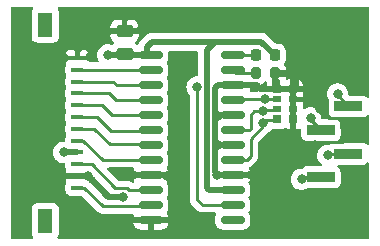
<source format=gbr>
%TF.GenerationSoftware,KiCad,Pcbnew,7.0.8*%
%TF.CreationDate,2024-06-02T10:45:53-04:00*%
%TF.ProjectId,rugby64 jr,72756762-7936-4342-906a-722e6b696361,rev?*%
%TF.SameCoordinates,Original*%
%TF.FileFunction,Copper,L1,Top*%
%TF.FilePolarity,Positive*%
%FSLAX46Y46*%
G04 Gerber Fmt 4.6, Leading zero omitted, Abs format (unit mm)*
G04 Created by KiCad (PCBNEW 7.0.8) date 2024-06-02 10:45:53*
%MOMM*%
%LPD*%
G01*
G04 APERTURE LIST*
G04 Aperture macros list*
%AMRoundRect*
0 Rectangle with rounded corners*
0 $1 Rounding radius*
0 $2 $3 $4 $5 $6 $7 $8 $9 X,Y pos of 4 corners*
0 Add a 4 corners polygon primitive as box body*
4,1,4,$2,$3,$4,$5,$6,$7,$8,$9,$2,$3,0*
0 Add four circle primitives for the rounded corners*
1,1,$1+$1,$2,$3*
1,1,$1+$1,$4,$5*
1,1,$1+$1,$6,$7*
1,1,$1+$1,$8,$9*
0 Add four rect primitives between the rounded corners*
20,1,$1+$1,$2,$3,$4,$5,0*
20,1,$1+$1,$4,$5,$6,$7,0*
20,1,$1+$1,$6,$7,$8,$9,0*
20,1,$1+$1,$8,$9,$2,$3,0*%
G04 Aperture macros list end*
%TA.AperFunction,SMDPad,CuDef*%
%ADD10R,0.700000X0.640000*%
%TD*%
%TA.AperFunction,SMDPad,CuDef*%
%ADD11R,0.700000X0.500000*%
%TD*%
%TA.AperFunction,SMDPad,CuDef*%
%ADD12RoundRect,0.250000X-0.475000X0.250000X-0.475000X-0.250000X0.475000X-0.250000X0.475000X0.250000X0*%
%TD*%
%TA.AperFunction,SMDPad,CuDef*%
%ADD13RoundRect,0.150000X-0.837500X-0.150000X0.837500X-0.150000X0.837500X0.150000X-0.837500X0.150000X0*%
%TD*%
%TA.AperFunction,SMDPad,CuDef*%
%ADD14R,1.000000X0.400000*%
%TD*%
%TA.AperFunction,SMDPad,CuDef*%
%ADD15R,1.300000X2.000000*%
%TD*%
%TA.AperFunction,SMDPad,CuDef*%
%ADD16RoundRect,0.200000X-0.200000X-0.275000X0.200000X-0.275000X0.200000X0.275000X-0.200000X0.275000X0*%
%TD*%
%TA.AperFunction,SMDPad,CuDef*%
%ADD17R,2.350000X0.850000*%
%TD*%
%TA.AperFunction,SMDPad,CuDef*%
%ADD18RoundRect,0.225000X0.225000X0.250000X-0.225000X0.250000X-0.225000X-0.250000X0.225000X-0.250000X0*%
%TD*%
%TA.AperFunction,ViaPad*%
%ADD19C,0.800000*%
%TD*%
%TA.AperFunction,Conductor*%
%ADD20C,0.500000*%
%TD*%
%TA.AperFunction,Conductor*%
%ADD21C,0.250000*%
%TD*%
G04 APERTURE END LIST*
D10*
%TO.P,RN1,1,R1.1*%
%TO.N,GND*%
X36523263Y-23463200D03*
D11*
%TO.P,RN1,2,R2.1*%
X36523263Y-22593200D03*
%TO.P,RN1,3,R3.1*%
X36523263Y-21793200D03*
D10*
%TO.P,RN1,4,R4.1*%
X36523263Y-20923200D03*
%TO.P,RN1,5,R4.2*%
X35123263Y-20923200D03*
D11*
%TO.P,RN1,6,R3.2*%
%TO.N,BLUE*%
X35123263Y-21793200D03*
%TO.P,RN1,7,R2.2*%
%TO.N,GREEN*%
X35123263Y-22593200D03*
D10*
%TO.P,RN1,8,R1.2*%
%TO.N,RED*%
X35123263Y-23463200D03*
%TD*%
D12*
%TO.P,C1,1*%
%TO.N,GND*%
X22250400Y-16032400D03*
%TO.P,C1,2*%
%TO.N,+3V3*%
X22250400Y-17932400D03*
%TD*%
D13*
%TO.P,U1,1,3V3*%
%TO.N,+3V3*%
X24485600Y-18034000D03*
%TO.P,U1,2,D0*%
%TO.N,D0*%
X24485600Y-19304000D03*
%TO.P,U1,3,D1*%
%TO.N,D1*%
X24485600Y-20574000D03*
%TO.P,U1,4,D2*%
%TO.N,D2*%
X24485600Y-21844000D03*
%TO.P,U1,5,D3*%
%TO.N,D3*%
X24485600Y-23114000D03*
%TO.P,U1,6,D4*%
%TO.N,D4*%
X24485600Y-24384000D03*
%TO.P,U1,7,D5*%
%TO.N,D5*%
X24485600Y-25654000D03*
%TO.P,U1,8,D6*%
%TO.N,D6*%
X24485600Y-26924000D03*
%TO.P,U1,9,GND*%
%TO.N,GND*%
X24485600Y-28194000D03*
%TO.P,U1,10,/DRESET*%
%TO.N,{slash}DRESET*%
X24485600Y-29464000D03*
%TO.P,U1,11,CLK*%
%TO.N,CLK*%
X24485600Y-30734000D03*
%TO.P,U1,12,GND*%
%TO.N,GND*%
X24485600Y-32004000D03*
%TO.P,U1,13,/BP*%
%TO.N,unconnected-(U1-{slash}BP-Pad13)*%
X31410600Y-32004000D03*
%TO.P,U1,14,/CSYNC*%
%TO.N,{slash}CSYNC*%
X31410600Y-30734000D03*
%TO.P,U1,15,3V3*%
%TO.N,+3V3*%
X31410600Y-29464000D03*
%TO.P,U1,16,GND*%
%TO.N,GND*%
X31410600Y-28194000D03*
%TO.P,U1,17,RED*%
%TO.N,RED*%
X31410600Y-26924000D03*
%TO.P,U1,18,GND*%
%TO.N,GND*%
X31410600Y-25654000D03*
%TO.P,U1,19,GREEN*%
%TO.N,GREEN*%
X31410600Y-24384000D03*
%TO.P,U1,20,GND*%
%TO.N,GND*%
X31410600Y-23114000D03*
%TO.P,U1,21,BLUE*%
%TO.N,BLUE*%
X31410600Y-21844000D03*
%TO.P,U1,22,GND*%
%TO.N,GND*%
X31410600Y-20574000D03*
%TO.P,U1,23,10K_PDN*%
%TO.N,Net-(U1-10K_PDN)*%
X31410600Y-19304000D03*
%TO.P,U1,24,100NF_PUP*%
%TO.N,Net-(U1-100NF_PUP)*%
X31410600Y-18034000D03*
%TD*%
D14*
%TO.P,J1,1,Pin_1*%
%TO.N,GND*%
X18251200Y-18274400D03*
%TO.P,J1,2,Pin_2*%
%TO.N,D0*%
X18251200Y-19274400D03*
%TO.P,J1,3,Pin_3*%
%TO.N,D1*%
X18251200Y-20274400D03*
%TO.P,J1,4,Pin_4*%
%TO.N,D2*%
X18251200Y-21274400D03*
%TO.P,J1,5,Pin_5*%
%TO.N,D3*%
X18251200Y-22274400D03*
%TO.P,J1,6,Pin_6*%
%TO.N,D4*%
X18251200Y-23274400D03*
%TO.P,J1,7,Pin_7*%
%TO.N,D5*%
X18251200Y-24274400D03*
%TO.P,J1,8,Pin_8*%
%TO.N,D6*%
X18251200Y-25274400D03*
%TO.P,J1,9,Pin_9*%
%TO.N,+3V3*%
X18251200Y-26274400D03*
%TO.P,J1,10,Pin_10*%
%TO.N,{slash}DRESET*%
X18251200Y-27274400D03*
%TO.P,J1,11,Pin_11*%
%TO.N,GND*%
X18251200Y-28274400D03*
%TO.P,J1,12,Pin_12*%
%TO.N,CLK*%
X18251200Y-29274400D03*
D15*
%TO.P,J1,MP*%
%TO.N,N/C*%
X15551200Y-15474400D03*
X15551200Y-32074400D03*
%TD*%
D16*
%TO.P,R1,1*%
%TO.N,Net-(U1-10K_PDN)*%
X33363400Y-19558000D03*
%TO.P,R1,2*%
%TO.N,GND*%
X35013400Y-19558000D03*
%TD*%
D17*
%TO.P,J2,1,Pin_1*%
%TO.N,RED*%
X38862000Y-28384000D03*
%TO.P,J2,2,Pin_2*%
%TO.N,GREEN*%
X41212000Y-26384000D03*
%TO.P,J2,3,Pin_3*%
%TO.N,BLUE*%
X38862000Y-24384000D03*
%TO.P,J2,4,Pin_4*%
%TO.N,{slash}CSYNC*%
X41212000Y-22384000D03*
%TD*%
D18*
%TO.P,C2,1*%
%TO.N,+3V3*%
X34963400Y-18034000D03*
%TO.P,C2,2*%
%TO.N,Net-(U1-100NF_PUP)*%
X33413400Y-18034000D03*
%TD*%
D19*
%TO.N,GND*%
X25857200Y-28244800D03*
X17119600Y-18288000D03*
X20726400Y-16052800D03*
X22250400Y-14833600D03*
X23672800Y-15951200D03*
X38811200Y-22606000D03*
X41706800Y-24333200D03*
X30124400Y-25654000D03*
X19354800Y-18237200D03*
X30124400Y-23164800D03*
X22133492Y-30009979D03*
X22961600Y-28194000D03*
X32918400Y-28194000D03*
X36372800Y-19608800D03*
X38404800Y-25654000D03*
X19151600Y-28244800D03*
X30059500Y-28194000D03*
X18288000Y-17475200D03*
X17068800Y-28295600D03*
%TO.N,+3V3*%
X17108800Y-26274400D03*
X20828000Y-18034000D03*
%TO.N,RED*%
X37236400Y-28549600D03*
X34010903Y-23779034D03*
%TO.N,GREEN*%
X33955281Y-22781080D03*
X39471600Y-26517600D03*
%TO.N,BLUE*%
X37998400Y-23368000D03*
X34107263Y-21793200D03*
%TO.N,{slash}CSYNC*%
X28397200Y-20726400D03*
X40284400Y-21336000D03*
%TD*%
D20*
%TO.N,GND*%
X30175200Y-23114000D02*
X30124400Y-23164800D01*
X33734800Y-20878800D02*
X36779200Y-20878800D01*
X29910000Y-27960950D02*
X29910000Y-25654000D01*
X31410600Y-25654000D02*
X30124400Y-25654000D01*
D21*
X40589200Y-23622000D02*
X40589200Y-24180800D01*
D20*
X31410600Y-28194000D02*
X32918400Y-28194000D01*
X30124400Y-23164800D02*
X30073600Y-23114000D01*
X36779200Y-20015200D02*
X36779200Y-20878800D01*
X36372800Y-19608800D02*
X35064200Y-19608800D01*
X19555772Y-28699400D02*
X20866351Y-30009979D01*
D21*
X39522400Y-23368000D02*
X40335200Y-23368000D01*
D20*
X30059500Y-28194000D02*
X31410600Y-28194000D01*
D21*
X38658800Y-25400000D02*
X38404800Y-25654000D01*
D20*
X35013400Y-19558000D02*
X35013400Y-20878800D01*
X30124400Y-25654000D02*
X29910000Y-25654000D01*
X30175200Y-20574000D02*
X29947200Y-20802000D01*
X31410600Y-23114000D02*
X30175200Y-23114000D01*
X29910000Y-21405631D02*
X29910000Y-23164800D01*
X29947200Y-21368431D02*
X29910000Y-21405631D01*
D21*
X38811200Y-22606000D02*
X38811200Y-22656800D01*
D20*
X32430000Y-20574000D02*
X33430000Y-20574000D01*
X19100800Y-28295600D02*
X19151600Y-28244800D01*
X30059500Y-28110450D02*
X29910000Y-27960950D01*
X30073600Y-23114000D02*
X29960800Y-23114000D01*
X31410600Y-20574000D02*
X30175200Y-20574000D01*
D21*
X40335200Y-23368000D02*
X40589200Y-23622000D01*
X38811200Y-22656800D02*
X39522400Y-23368000D01*
D20*
X29947200Y-20802000D02*
X29947200Y-21368431D01*
X33430000Y-20574000D02*
X33734800Y-20878800D01*
D21*
X40640000Y-25400000D02*
X38658800Y-25400000D01*
X40589200Y-24180800D02*
X40741600Y-24333200D01*
D20*
X29910000Y-23164800D02*
X29910000Y-25654000D01*
D21*
X41706800Y-24333200D02*
X40640000Y-25400000D01*
X40741600Y-24333200D02*
X41706800Y-24333200D01*
D20*
X35064200Y-19608800D02*
X35013400Y-19558000D01*
X35013400Y-20878800D02*
X36779200Y-20878800D01*
X20866351Y-30009979D02*
X22133492Y-30009979D01*
X17068800Y-28295600D02*
X19100800Y-28295600D01*
X30143050Y-28194000D02*
X30143050Y-28194000D01*
X19151600Y-28244800D02*
X19555772Y-28648972D01*
X29960800Y-23114000D02*
X29910000Y-23164800D01*
X19555772Y-28648972D02*
X19555772Y-28699400D01*
X30059500Y-28194000D02*
X30059500Y-28110450D01*
X36372800Y-19608800D02*
X36779200Y-20015200D01*
%TO.N,+3V3*%
X29413200Y-29464000D02*
X31410600Y-29464000D01*
X29247200Y-21078482D02*
X29210000Y-21115682D01*
X33845800Y-16916400D02*
X34963400Y-18034000D01*
X29210000Y-21115682D02*
X29210000Y-29260800D01*
X24130000Y-17373600D02*
X24587200Y-16916400D01*
X17108800Y-26274400D02*
X18251200Y-26274400D01*
X29870400Y-16916400D02*
X29210000Y-17576800D01*
X24130000Y-18034000D02*
X24130000Y-17373600D01*
X29870400Y-16916400D02*
X33845800Y-16916400D01*
X24485600Y-18034000D02*
X20828000Y-18034000D01*
X29247200Y-20374318D02*
X29247200Y-21078482D01*
X29210000Y-29260800D02*
X29413200Y-29464000D01*
X29210000Y-20337118D02*
X29247200Y-20374318D01*
X24587200Y-16916400D02*
X29870400Y-16916400D01*
X29210000Y-17576800D02*
X29210000Y-20337118D01*
D21*
%TO.N,Net-(U1-100NF_PUP)*%
X33413400Y-18034000D02*
X31410600Y-18034000D01*
%TO.N,D0*%
X18251200Y-19274400D02*
X24100400Y-19274400D01*
X24100400Y-19274400D02*
X24130000Y-19304000D01*
%TO.N,D1*%
X24130000Y-20574000D02*
X21590000Y-20574000D01*
X21290400Y-20274400D02*
X18251200Y-20274400D01*
X21590000Y-20574000D02*
X21290400Y-20274400D01*
%TO.N,D2*%
X21488400Y-21844000D02*
X20929600Y-21285200D01*
X18262000Y-21285200D02*
X18251200Y-21274400D01*
X20929600Y-21285200D02*
X18262000Y-21285200D01*
X24130000Y-21844000D02*
X21488400Y-21844000D01*
%TO.N,D3*%
X21183600Y-23114000D02*
X20370800Y-22301200D01*
X20370800Y-22301200D02*
X18278000Y-22301200D01*
X24130000Y-23114000D02*
X21183600Y-23114000D01*
X18278000Y-22301200D02*
X18251200Y-22274400D01*
%TO.N,D4*%
X18277800Y-23301000D02*
X19948200Y-23301000D01*
X21082000Y-24434800D02*
X24079200Y-24434800D01*
X19948200Y-23301000D02*
X21082000Y-24434800D01*
X24079200Y-24434800D02*
X24130000Y-24384000D01*
X18251200Y-23274400D02*
X18277800Y-23301000D01*
%TO.N,D5*%
X18251200Y-24274400D02*
X19651600Y-24274400D01*
X20980400Y-25603200D02*
X24079200Y-25603200D01*
X24079200Y-25603200D02*
X24130000Y-25654000D01*
X19651600Y-24274400D02*
X20980400Y-25603200D01*
%TO.N,D6*%
X24130000Y-26924000D02*
X20421600Y-26924000D01*
X20421600Y-26924000D02*
X18772000Y-25274400D01*
X18772000Y-25274400D02*
X18251200Y-25274400D01*
%TO.N,{slash}DRESET*%
X22609736Y-29464000D02*
X22430236Y-29284500D01*
X24130000Y-29464000D02*
X22609736Y-29464000D01*
X21461300Y-29284500D02*
X19456400Y-27279600D01*
X18256400Y-27279600D02*
X18251200Y-27274400D01*
X19456400Y-27279600D02*
X18256400Y-27279600D01*
X22430236Y-29284500D02*
X21461300Y-29284500D01*
%TO.N,CLK*%
X24028400Y-30835600D02*
X20421600Y-30835600D01*
X18860400Y-29274400D02*
X18251200Y-29274400D01*
X24130000Y-30734000D02*
X24028400Y-30835600D01*
X20421600Y-30835600D02*
X18860400Y-29274400D01*
%TO.N,RED*%
X34010903Y-23779034D02*
X34010903Y-24053497D01*
X37402000Y-28384000D02*
X37236400Y-28549600D01*
X34010903Y-23616760D02*
X34121583Y-23506080D01*
X34010903Y-23779034D02*
X34010903Y-23616760D01*
X35080383Y-23506080D02*
X35123263Y-23463200D01*
X34010903Y-24053497D02*
X32918400Y-25146000D01*
X38862000Y-28384000D02*
X37402000Y-28384000D01*
X32918400Y-25146000D02*
X32918400Y-26619200D01*
X34121583Y-23506080D02*
X35080383Y-23506080D01*
X32918400Y-26619200D02*
X32613600Y-26924000D01*
X32613600Y-26924000D02*
X31410600Y-26924000D01*
%TO.N,GREEN*%
X35008863Y-22707600D02*
X35123263Y-22593200D01*
X34028761Y-22707600D02*
X35008863Y-22707600D01*
X39605200Y-26384000D02*
X39471600Y-26517600D01*
X32918400Y-24282400D02*
X32918400Y-23114000D01*
X41212000Y-26384000D02*
X39605200Y-26384000D01*
X32918400Y-23114000D02*
X33251320Y-22781080D01*
X32816800Y-24384000D02*
X32918400Y-24282400D01*
X33955281Y-22781080D02*
X34028761Y-22707600D01*
X31410600Y-24384000D02*
X32816800Y-24384000D01*
X33955281Y-22781080D02*
X33881383Y-22781080D01*
X33251320Y-22781080D02*
X33955281Y-22781080D01*
%TO.N,BLUE*%
X37998400Y-23368000D02*
X37998400Y-23520400D01*
X31461400Y-21793200D02*
X31410600Y-21844000D01*
X35123263Y-21793200D02*
X34107263Y-21793200D01*
X34107263Y-21793200D02*
X31461400Y-21793200D01*
X37998400Y-23520400D02*
X38862000Y-24384000D01*
%TO.N,{slash}CSYNC*%
X41212000Y-22384000D02*
X40284400Y-21456400D01*
X40284400Y-21336000D02*
X40164000Y-21336000D01*
X40164000Y-21336000D02*
X40113200Y-21285200D01*
X28397200Y-20726400D02*
X28397200Y-30276800D01*
X28397200Y-30276800D02*
X28854400Y-30734000D01*
X40284400Y-21456400D02*
X40284400Y-21336000D01*
X28854400Y-30734000D02*
X31410600Y-30734000D01*
%TO.N,Net-(U1-10K_PDN)*%
X31664600Y-19558000D02*
X31410600Y-19304000D01*
X33363400Y-19558000D02*
X31664600Y-19558000D01*
%TD*%
%TA.AperFunction,Conductor*%
%TO.N,GND*%
G36*
X34232085Y-20257483D02*
G01*
X34276434Y-20285984D01*
X34279442Y-20288992D01*
X34312927Y-20350315D01*
X34307943Y-20420006D01*
X34279666Y-20495820D01*
X34279664Y-20495827D01*
X34273263Y-20555355D01*
X34273263Y-20768700D01*
X34253578Y-20835739D01*
X34200774Y-20881494D01*
X34149263Y-20892700D01*
X34012617Y-20892700D01*
X33980160Y-20899598D01*
X33827460Y-20932055D01*
X33827455Y-20932057D01*
X33654533Y-21009048D01*
X33654528Y-21009051D01*
X33501393Y-21120310D01*
X33501389Y-21120314D01*
X33495663Y-21126674D01*
X33436176Y-21163321D01*
X33403515Y-21167700D01*
X32958254Y-21167700D01*
X32891215Y-21148015D01*
X32845460Y-21095211D01*
X32835516Y-21026053D01*
X32847538Y-20991896D01*
X32846285Y-20991354D01*
X32849380Y-20984200D01*
X32895200Y-20826486D01*
X32895395Y-20824001D01*
X32895395Y-20824000D01*
X31284600Y-20824000D01*
X31217561Y-20804315D01*
X31171806Y-20751511D01*
X31160600Y-20700000D01*
X31160600Y-20448000D01*
X31180285Y-20380961D01*
X31233089Y-20335206D01*
X31284600Y-20324000D01*
X32612380Y-20324000D01*
X32679419Y-20343685D01*
X32700061Y-20360319D01*
X32728211Y-20388469D01*
X32728213Y-20388470D01*
X32728215Y-20388472D01*
X32873794Y-20476478D01*
X33036204Y-20527086D01*
X33106784Y-20533500D01*
X33106787Y-20533500D01*
X33620013Y-20533500D01*
X33620016Y-20533500D01*
X33690596Y-20527086D01*
X33853006Y-20476478D01*
X33998585Y-20388472D01*
X34101073Y-20285983D01*
X34162394Y-20252499D01*
X34232085Y-20257483D01*
G37*
%TD.AperFunction*%
%TA.AperFunction,Conductor*%
G36*
X14472531Y-13990185D02*
G01*
X14518286Y-14042989D01*
X14528230Y-14112147D01*
X14504759Y-14168811D01*
X14457404Y-14232069D01*
X14457402Y-14232071D01*
X14407108Y-14366917D01*
X14400701Y-14426516D01*
X14400701Y-14426523D01*
X14400700Y-14426535D01*
X14400700Y-16522270D01*
X14400701Y-16522276D01*
X14407108Y-16581883D01*
X14457402Y-16716728D01*
X14457406Y-16716735D01*
X14543652Y-16831944D01*
X14543655Y-16831947D01*
X14658864Y-16918193D01*
X14658871Y-16918197D01*
X14793717Y-16968491D01*
X14793716Y-16968491D01*
X14800644Y-16969235D01*
X14853327Y-16974900D01*
X16249072Y-16974899D01*
X16308683Y-16968491D01*
X16443531Y-16918196D01*
X16558746Y-16831946D01*
X16644996Y-16716731D01*
X16695291Y-16581883D01*
X16701700Y-16522273D01*
X16701700Y-15782400D01*
X21025400Y-15782400D01*
X22000400Y-15782400D01*
X22000400Y-15032400D01*
X22500400Y-15032400D01*
X22500400Y-15782400D01*
X23475399Y-15782400D01*
X23475399Y-15732428D01*
X23475398Y-15732413D01*
X23464905Y-15629702D01*
X23409758Y-15463280D01*
X23409756Y-15463275D01*
X23317715Y-15314054D01*
X23193745Y-15190084D01*
X23044524Y-15098043D01*
X23044519Y-15098041D01*
X22878097Y-15042894D01*
X22878090Y-15042893D01*
X22775386Y-15032400D01*
X22500400Y-15032400D01*
X22000400Y-15032400D01*
X21725429Y-15032400D01*
X21725412Y-15032401D01*
X21622702Y-15042894D01*
X21456280Y-15098041D01*
X21456275Y-15098043D01*
X21307054Y-15190084D01*
X21183084Y-15314054D01*
X21091043Y-15463275D01*
X21091041Y-15463280D01*
X21035894Y-15629702D01*
X21035893Y-15629709D01*
X21025400Y-15732413D01*
X21025400Y-15782400D01*
X16701700Y-15782400D01*
X16701699Y-14426528D01*
X16695291Y-14366917D01*
X16644996Y-14232069D01*
X16597640Y-14168810D01*
X16573224Y-14103347D01*
X16588075Y-14035074D01*
X16637480Y-13985668D01*
X16696908Y-13970500D01*
X42852300Y-13970500D01*
X42919339Y-13990185D01*
X42965094Y-14042989D01*
X42976300Y-14094500D01*
X42976300Y-21538480D01*
X42956615Y-21605519D01*
X42903811Y-21651274D01*
X42834653Y-21661218D01*
X42771097Y-21632193D01*
X42753035Y-21612794D01*
X42744546Y-21601454D01*
X42718403Y-21581883D01*
X42629335Y-21515206D01*
X42629328Y-21515202D01*
X42494482Y-21464908D01*
X42494483Y-21464908D01*
X42434883Y-21458501D01*
X42434881Y-21458500D01*
X42434873Y-21458500D01*
X42434865Y-21458500D01*
X41313860Y-21458500D01*
X41246821Y-21438815D01*
X41201066Y-21386011D01*
X41191568Y-21342354D01*
X41190539Y-21342463D01*
X41187774Y-21316155D01*
X41170074Y-21147744D01*
X41111579Y-20967716D01*
X41016933Y-20803784D01*
X40890271Y-20663112D01*
X40890270Y-20663111D01*
X40737134Y-20551851D01*
X40737129Y-20551848D01*
X40564207Y-20474857D01*
X40564202Y-20474855D01*
X40418401Y-20443865D01*
X40379046Y-20435500D01*
X40189754Y-20435500D01*
X40157297Y-20442398D01*
X40004597Y-20474855D01*
X40004592Y-20474857D01*
X39831670Y-20551848D01*
X39831665Y-20551851D01*
X39678529Y-20663111D01*
X39551866Y-20803785D01*
X39457221Y-20967715D01*
X39457218Y-20967722D01*
X39398727Y-21147740D01*
X39398726Y-21147744D01*
X39378940Y-21336000D01*
X39398726Y-21524256D01*
X39398727Y-21524259D01*
X39457221Y-21704285D01*
X39522574Y-21817480D01*
X39539047Y-21885380D01*
X39538477Y-21892732D01*
X39536500Y-21911120D01*
X39536500Y-22856870D01*
X39536501Y-22856876D01*
X39542908Y-22916483D01*
X39593202Y-23051328D01*
X39593206Y-23051335D01*
X39679452Y-23166544D01*
X39679455Y-23166547D01*
X39771208Y-23235234D01*
X39813079Y-23291168D01*
X39818063Y-23360859D01*
X39784577Y-23422182D01*
X39723254Y-23455666D01*
X39696897Y-23458500D01*
X39025022Y-23458500D01*
X38957983Y-23438815D01*
X38912228Y-23386011D01*
X38901701Y-23347461D01*
X38884074Y-23179744D01*
X38825579Y-22999716D01*
X38730933Y-22835784D01*
X38604271Y-22695112D01*
X38581594Y-22678636D01*
X38451134Y-22583851D01*
X38451129Y-22583848D01*
X38278207Y-22506857D01*
X38278202Y-22506855D01*
X38102455Y-22469500D01*
X38093046Y-22467500D01*
X37903754Y-22467500D01*
X37894345Y-22469500D01*
X37718597Y-22506855D01*
X37718592Y-22506857D01*
X37547699Y-22582945D01*
X37478449Y-22592230D01*
X37415172Y-22562602D01*
X37377959Y-22503467D01*
X37373263Y-22469666D01*
X37373263Y-22295372D01*
X37373262Y-22295355D01*
X37366860Y-22235822D01*
X37365076Y-22228267D01*
X37366513Y-22227927D01*
X37362137Y-22166858D01*
X37366627Y-22151566D01*
X37366860Y-22150577D01*
X37373262Y-22091044D01*
X37373263Y-22091027D01*
X37373263Y-22043200D01*
X36773263Y-22043200D01*
X36773263Y-24283200D01*
X36921091Y-24283200D01*
X36921107Y-24283199D01*
X36980635Y-24276798D01*
X36980640Y-24276797D01*
X37019164Y-24262428D01*
X37088856Y-24257442D01*
X37150180Y-24290926D01*
X37183666Y-24352249D01*
X37186500Y-24378609D01*
X37186500Y-24856870D01*
X37186501Y-24856876D01*
X37192908Y-24916483D01*
X37243202Y-25051328D01*
X37243206Y-25051335D01*
X37329452Y-25166544D01*
X37329455Y-25166547D01*
X37444664Y-25252793D01*
X37444671Y-25252797D01*
X37579517Y-25303091D01*
X37579516Y-25303091D01*
X37586444Y-25303835D01*
X37639127Y-25309500D01*
X39696898Y-25309499D01*
X39763937Y-25329184D01*
X39809692Y-25381987D01*
X39819636Y-25451146D01*
X39790611Y-25514702D01*
X39771208Y-25532766D01*
X39683188Y-25598657D01*
X39617724Y-25623074D01*
X39583102Y-25620681D01*
X39566251Y-25617100D01*
X39566246Y-25617100D01*
X39376954Y-25617100D01*
X39360107Y-25620681D01*
X39191797Y-25656455D01*
X39191792Y-25656457D01*
X39018870Y-25733448D01*
X39018865Y-25733451D01*
X38865729Y-25844711D01*
X38739066Y-25985385D01*
X38644421Y-26149315D01*
X38644418Y-26149322D01*
X38590450Y-26315421D01*
X38585926Y-26329344D01*
X38566140Y-26517600D01*
X38585926Y-26705856D01*
X38585927Y-26705859D01*
X38644418Y-26885877D01*
X38644421Y-26885884D01*
X38739067Y-27049816D01*
X38853196Y-27176569D01*
X38865729Y-27190488D01*
X38925869Y-27234182D01*
X38968535Y-27289511D01*
X38974514Y-27359125D01*
X38941909Y-27420920D01*
X38881070Y-27455277D01*
X38852984Y-27458500D01*
X37639129Y-27458500D01*
X37639123Y-27458501D01*
X37579516Y-27464908D01*
X37444671Y-27515202D01*
X37444664Y-27515206D01*
X37329457Y-27601451D01*
X37323180Y-27607728D01*
X37321764Y-27606312D01*
X37275044Y-27641284D01*
X37231716Y-27649100D01*
X37141754Y-27649100D01*
X37109297Y-27655998D01*
X36956597Y-27688455D01*
X36956592Y-27688457D01*
X36783670Y-27765448D01*
X36783665Y-27765451D01*
X36630529Y-27876711D01*
X36503866Y-28017385D01*
X36409221Y-28181315D01*
X36409218Y-28181322D01*
X36350727Y-28361340D01*
X36350726Y-28361344D01*
X36330940Y-28549600D01*
X36350726Y-28737856D01*
X36350727Y-28737859D01*
X36409218Y-28917877D01*
X36409221Y-28917884D01*
X36503867Y-29081816D01*
X36620569Y-29211426D01*
X36630529Y-29222488D01*
X36783665Y-29333748D01*
X36783670Y-29333751D01*
X36956592Y-29410742D01*
X36956597Y-29410744D01*
X37141754Y-29450100D01*
X37141755Y-29450100D01*
X37331044Y-29450100D01*
X37331046Y-29450100D01*
X37516203Y-29410744D01*
X37689130Y-29333751D01*
X37689911Y-29333183D01*
X37690440Y-29332994D01*
X37694755Y-29330503D01*
X37695210Y-29331292D01*
X37755714Y-29309702D01*
X37762799Y-29309499D01*
X40084871Y-29309499D01*
X40084872Y-29309499D01*
X40144483Y-29303091D01*
X40279331Y-29252796D01*
X40394546Y-29166546D01*
X40480796Y-29051331D01*
X40531091Y-28916483D01*
X40537500Y-28856873D01*
X40537499Y-27911128D01*
X40531091Y-27851517D01*
X40523791Y-27831946D01*
X40480797Y-27716671D01*
X40480793Y-27716664D01*
X40394547Y-27601455D01*
X40368402Y-27581883D01*
X40325567Y-27549816D01*
X40302790Y-27532765D01*
X40260920Y-27476831D01*
X40255936Y-27407139D01*
X40289422Y-27345817D01*
X40350745Y-27312332D01*
X40377094Y-27309499D01*
X42434872Y-27309499D01*
X42494483Y-27303091D01*
X42629331Y-27252796D01*
X42744546Y-27166546D01*
X42753034Y-27155206D01*
X42808967Y-27113337D01*
X42878659Y-27108353D01*
X42939982Y-27141838D01*
X42973466Y-27203162D01*
X42976300Y-27229519D01*
X42976300Y-33454300D01*
X42956615Y-33521339D01*
X42903811Y-33567094D01*
X42852300Y-33578300D01*
X16696908Y-33578300D01*
X16629869Y-33558615D01*
X16584114Y-33505811D01*
X16574170Y-33436653D01*
X16597641Y-33379989D01*
X16644996Y-33316731D01*
X16695291Y-33181883D01*
X16701700Y-33122273D01*
X16701700Y-32254001D01*
X23000804Y-32254001D01*
X23000999Y-32256486D01*
X23046818Y-32414198D01*
X23130414Y-32555552D01*
X23130421Y-32555561D01*
X23246538Y-32671678D01*
X23246547Y-32671685D01*
X23387903Y-32755282D01*
X23387906Y-32755283D01*
X23545604Y-32801099D01*
X23545610Y-32801100D01*
X23582456Y-32804000D01*
X24235600Y-32804000D01*
X24235600Y-32254000D01*
X24735600Y-32254000D01*
X24735600Y-32804000D01*
X25388744Y-32804000D01*
X25425589Y-32801100D01*
X25425595Y-32801099D01*
X25583293Y-32755283D01*
X25583296Y-32755282D01*
X25724652Y-32671685D01*
X25724661Y-32671678D01*
X25840778Y-32555561D01*
X25840785Y-32555552D01*
X25924381Y-32414198D01*
X25970200Y-32256486D01*
X25970395Y-32254001D01*
X25970395Y-32254000D01*
X24735600Y-32254000D01*
X24235600Y-32254000D01*
X23000805Y-32254000D01*
X23000804Y-32254001D01*
X16701700Y-32254001D01*
X16701699Y-31026528D01*
X16695291Y-30966917D01*
X16688867Y-30949694D01*
X16644997Y-30832071D01*
X16644993Y-30832064D01*
X16558747Y-30716855D01*
X16558744Y-30716852D01*
X16443535Y-30630606D01*
X16443528Y-30630602D01*
X16308682Y-30580308D01*
X16308683Y-30580308D01*
X16249083Y-30573901D01*
X16249081Y-30573900D01*
X16249073Y-30573900D01*
X16249064Y-30573900D01*
X14853329Y-30573900D01*
X14853323Y-30573901D01*
X14793716Y-30580308D01*
X14658871Y-30630602D01*
X14658864Y-30630606D01*
X14543655Y-30716852D01*
X14543652Y-30716855D01*
X14457406Y-30832064D01*
X14457402Y-30832071D01*
X14407108Y-30966917D01*
X14400701Y-31026516D01*
X14400701Y-31026523D01*
X14400700Y-31026535D01*
X14400700Y-33122270D01*
X14400701Y-33122276D01*
X14407108Y-33181883D01*
X14457402Y-33316728D01*
X14457403Y-33316729D01*
X14457404Y-33316731D01*
X14504759Y-33379989D01*
X14529176Y-33445453D01*
X14514325Y-33513726D01*
X14464920Y-33563132D01*
X14405492Y-33578300D01*
X12722900Y-33578300D01*
X12655861Y-33558615D01*
X12610106Y-33505811D01*
X12598900Y-33454300D01*
X12598900Y-26274400D01*
X16203340Y-26274400D01*
X16223126Y-26462656D01*
X16223127Y-26462659D01*
X16281618Y-26642677D01*
X16281621Y-26642684D01*
X16376267Y-26806616D01*
X16453253Y-26892117D01*
X16502929Y-26947288D01*
X16656065Y-27058548D01*
X16656070Y-27058551D01*
X16828992Y-27135542D01*
X16828997Y-27135544D01*
X17014154Y-27174900D01*
X17014155Y-27174900D01*
X17126700Y-27174900D01*
X17193739Y-27194585D01*
X17239494Y-27247389D01*
X17250700Y-27298899D01*
X17250700Y-27522269D01*
X17250701Y-27522276D01*
X17257108Y-27581883D01*
X17310503Y-27725041D01*
X17308933Y-27725626D01*
X17321583Y-27783767D01*
X17309887Y-27823606D01*
X17310946Y-27824001D01*
X17257603Y-27967020D01*
X17257601Y-27967027D01*
X17251200Y-28026555D01*
X17251200Y-28074400D01*
X19276121Y-28074400D01*
X19282547Y-28070891D01*
X19352239Y-28075875D01*
X19396586Y-28104376D01*
X20960494Y-29668284D01*
X20970319Y-29680548D01*
X20970540Y-29680366D01*
X20975510Y-29686373D01*
X20975513Y-29686376D01*
X20975514Y-29686377D01*
X21025951Y-29733741D01*
X21046830Y-29754620D01*
X21052304Y-29758866D01*
X21056742Y-29762656D01*
X21090718Y-29794562D01*
X21090722Y-29794564D01*
X21108273Y-29804213D01*
X21124531Y-29814892D01*
X21140364Y-29827174D01*
X21162315Y-29836672D01*
X21183137Y-29845683D01*
X21188381Y-29848252D01*
X21229208Y-29870697D01*
X21248612Y-29875679D01*
X21267010Y-29881978D01*
X21285405Y-29889938D01*
X21331429Y-29897226D01*
X21337132Y-29898407D01*
X21382281Y-29910000D01*
X21402316Y-29910000D01*
X21421713Y-29911526D01*
X21441496Y-29914660D01*
X21487884Y-29910275D01*
X21493722Y-29910000D01*
X22121715Y-29910000D01*
X22188754Y-29929685D01*
X22197682Y-29935995D01*
X22200735Y-29938363D01*
X22205169Y-29942148D01*
X22239154Y-29974062D01*
X22245294Y-29977437D01*
X22294559Y-30026983D01*
X22309216Y-30095298D01*
X22284613Y-30160693D01*
X22228561Y-30202405D01*
X22185558Y-30210100D01*
X20732053Y-30210100D01*
X20665014Y-30190415D01*
X20644372Y-30173781D01*
X19361203Y-28890612D01*
X19351380Y-28878350D01*
X19351159Y-28878534D01*
X19346186Y-28872523D01*
X19329531Y-28856883D01*
X19295764Y-28825173D01*
X19280708Y-28810117D01*
X19274875Y-28804283D01*
X19269385Y-28800024D01*
X19264960Y-28796245D01*
X19250900Y-28783042D01*
X19215507Y-28722800D01*
X19218303Y-28652986D01*
X19219606Y-28649319D01*
X19244795Y-28581783D01*
X19244798Y-28581772D01*
X19251199Y-28522244D01*
X19251200Y-28522227D01*
X19251200Y-28474400D01*
X17251200Y-28474400D01*
X17251200Y-28522244D01*
X17257601Y-28581772D01*
X17257603Y-28581779D01*
X17310946Y-28724799D01*
X17309130Y-28725476D01*
X17321583Y-28782716D01*
X17309628Y-28823433D01*
X17310503Y-28823759D01*
X17275400Y-28917877D01*
X17257109Y-28966917D01*
X17250700Y-29026527D01*
X17250700Y-29026534D01*
X17250700Y-29026535D01*
X17250700Y-29522270D01*
X17250701Y-29522276D01*
X17257108Y-29581883D01*
X17307402Y-29716728D01*
X17307406Y-29716735D01*
X17393652Y-29831944D01*
X17393655Y-29831947D01*
X17508864Y-29918193D01*
X17508871Y-29918197D01*
X17643717Y-29968491D01*
X17643716Y-29968491D01*
X17650644Y-29969235D01*
X17703327Y-29974900D01*
X18624946Y-29974899D01*
X18691985Y-29994583D01*
X18712627Y-30011218D01*
X19920797Y-31219388D01*
X19930622Y-31231651D01*
X19930843Y-31231469D01*
X19935814Y-31237478D01*
X19953101Y-31253711D01*
X19986235Y-31284826D01*
X20007129Y-31305720D01*
X20012611Y-31309973D01*
X20017043Y-31313757D01*
X20051018Y-31345662D01*
X20068576Y-31355314D01*
X20084835Y-31365995D01*
X20100664Y-31378273D01*
X20143438Y-31396782D01*
X20148656Y-31399338D01*
X20189508Y-31421797D01*
X20208916Y-31426780D01*
X20227317Y-31433080D01*
X20245704Y-31441037D01*
X20289088Y-31447908D01*
X20291719Y-31448325D01*
X20297439Y-31449509D01*
X20342581Y-31461100D01*
X20362616Y-31461100D01*
X20382014Y-31462626D01*
X20401794Y-31465759D01*
X20401795Y-31465760D01*
X20401795Y-31465759D01*
X20401796Y-31465760D01*
X20448184Y-31461375D01*
X20454022Y-31461100D01*
X22920219Y-31461100D01*
X22987258Y-31480785D01*
X23033013Y-31533589D01*
X23042957Y-31602747D01*
X23039296Y-31619695D01*
X23000999Y-31751513D01*
X23000804Y-31753998D01*
X23000805Y-31754000D01*
X25970395Y-31754000D01*
X25970395Y-31753998D01*
X25970200Y-31751513D01*
X25924381Y-31593801D01*
X25840785Y-31452447D01*
X25836000Y-31446278D01*
X25838466Y-31444364D01*
X25811902Y-31395776D01*
X25816849Y-31326082D01*
X25837956Y-31293232D01*
X25836401Y-31292026D01*
X25841177Y-31285868D01*
X25841181Y-31285865D01*
X25924844Y-31144398D01*
X25970698Y-30986569D01*
X25973600Y-30949694D01*
X25973600Y-30518306D01*
X25970698Y-30481431D01*
X25969387Y-30476919D01*
X25924845Y-30323606D01*
X25924844Y-30323603D01*
X25924844Y-30323602D01*
X25841181Y-30182135D01*
X25841178Y-30182132D01*
X25836398Y-30175969D01*
X25838850Y-30174066D01*
X25812255Y-30125421D01*
X25817204Y-30055726D01*
X25838040Y-30023304D01*
X25836398Y-30022031D01*
X25841175Y-30015870D01*
X25841181Y-30015865D01*
X25924844Y-29874398D01*
X25970698Y-29716569D01*
X25973600Y-29679694D01*
X25973600Y-29248306D01*
X25970698Y-29211431D01*
X25924844Y-29053602D01*
X25841181Y-28912135D01*
X25841178Y-28912132D01*
X25836398Y-28905969D01*
X25838735Y-28904155D01*
X25811898Y-28855050D01*
X25816856Y-28785356D01*
X25837654Y-28752998D01*
X25836003Y-28751717D01*
X25840786Y-28745550D01*
X25924381Y-28604198D01*
X25970200Y-28446486D01*
X25970395Y-28444001D01*
X25970395Y-28444000D01*
X23000805Y-28444000D01*
X23000804Y-28444001D01*
X23000999Y-28446486D01*
X23046818Y-28604198D01*
X23074721Y-28651379D01*
X23091904Y-28719103D01*
X23069744Y-28785365D01*
X23015278Y-28829129D01*
X22967989Y-28838500D01*
X22918257Y-28838500D01*
X22851218Y-28818815D01*
X22842241Y-28812467D01*
X22839213Y-28810117D01*
X22834792Y-28806342D01*
X22800818Y-28774438D01*
X22783265Y-28764788D01*
X22766999Y-28754104D01*
X22751172Y-28741827D01*
X22751171Y-28741826D01*
X22751169Y-28741825D01*
X22708404Y-28723318D01*
X22703158Y-28720748D01*
X22662329Y-28698303D01*
X22662328Y-28698302D01*
X22642929Y-28693322D01*
X22624517Y-28687018D01*
X22606134Y-28679062D01*
X22606128Y-28679060D01*
X22560110Y-28671772D01*
X22554388Y-28670587D01*
X22509257Y-28659000D01*
X22509255Y-28659000D01*
X22489220Y-28659000D01*
X22469822Y-28657473D01*
X22462398Y-28656297D01*
X22450041Y-28654340D01*
X22450040Y-28654340D01*
X22403652Y-28658725D01*
X22397814Y-28659000D01*
X21771752Y-28659000D01*
X21704713Y-28639315D01*
X21684071Y-28622681D01*
X20822572Y-27761181D01*
X20789087Y-27699858D01*
X20794071Y-27630166D01*
X20835943Y-27574233D01*
X20901407Y-27549816D01*
X20910253Y-27549500D01*
X22967989Y-27549500D01*
X23035028Y-27569185D01*
X23080783Y-27621989D01*
X23090727Y-27691147D01*
X23074721Y-27736621D01*
X23046818Y-27783801D01*
X23000999Y-27941513D01*
X23000804Y-27943998D01*
X23000805Y-27944000D01*
X25970395Y-27944000D01*
X25970395Y-27943998D01*
X25970200Y-27941513D01*
X25924381Y-27783801D01*
X25840785Y-27642447D01*
X25836000Y-27636278D01*
X25838466Y-27634364D01*
X25811902Y-27585776D01*
X25816849Y-27516082D01*
X25837956Y-27483232D01*
X25836401Y-27482026D01*
X25841177Y-27475868D01*
X25841181Y-27475865D01*
X25924844Y-27334398D01*
X25970698Y-27176569D01*
X25973600Y-27139694D01*
X25973600Y-26708306D01*
X25973407Y-26705859D01*
X25970698Y-26671432D01*
X25970697Y-26671426D01*
X25935700Y-26550968D01*
X25924844Y-26513602D01*
X25841181Y-26372135D01*
X25841178Y-26372132D01*
X25836398Y-26365969D01*
X25838850Y-26364066D01*
X25812255Y-26315421D01*
X25817204Y-26245726D01*
X25838040Y-26213304D01*
X25836398Y-26212031D01*
X25841175Y-26205870D01*
X25841181Y-26205865D01*
X25924844Y-26064398D01*
X25958605Y-25948191D01*
X25970697Y-25906573D01*
X25970698Y-25906567D01*
X25970734Y-25906116D01*
X25973600Y-25869694D01*
X25973600Y-25438306D01*
X25970698Y-25401431D01*
X25967206Y-25389412D01*
X25924845Y-25243606D01*
X25924844Y-25243603D01*
X25924844Y-25243602D01*
X25841181Y-25102135D01*
X25841178Y-25102132D01*
X25836398Y-25095969D01*
X25838850Y-25094066D01*
X25812255Y-25045421D01*
X25817204Y-24975726D01*
X25838040Y-24943304D01*
X25836398Y-24942031D01*
X25841175Y-24935870D01*
X25841181Y-24935865D01*
X25924844Y-24794398D01*
X25970698Y-24636569D01*
X25973600Y-24599694D01*
X25973600Y-24168306D01*
X25970698Y-24131431D01*
X25924844Y-23973602D01*
X25841181Y-23832135D01*
X25841178Y-23832132D01*
X25836398Y-23825969D01*
X25838850Y-23824066D01*
X25812255Y-23775421D01*
X25817204Y-23705726D01*
X25838040Y-23673304D01*
X25836398Y-23672031D01*
X25841175Y-23665870D01*
X25841181Y-23665865D01*
X25924844Y-23524398D01*
X25970698Y-23366569D01*
X25973600Y-23329694D01*
X25973600Y-22898306D01*
X25970698Y-22861431D01*
X25969373Y-22856872D01*
X25924845Y-22703606D01*
X25924844Y-22703603D01*
X25924844Y-22703602D01*
X25841181Y-22562135D01*
X25841178Y-22562132D01*
X25836398Y-22555969D01*
X25838850Y-22554066D01*
X25812255Y-22505421D01*
X25817204Y-22435726D01*
X25838040Y-22403304D01*
X25836398Y-22402031D01*
X25841175Y-22395870D01*
X25841181Y-22395865D01*
X25924844Y-22254398D01*
X25970698Y-22096569D01*
X25973600Y-22059694D01*
X25973600Y-21628306D01*
X25970698Y-21591431D01*
X25956685Y-21543200D01*
X25932078Y-21458500D01*
X25924844Y-21433602D01*
X25841181Y-21292135D01*
X25841178Y-21292132D01*
X25836398Y-21285969D01*
X25838850Y-21284066D01*
X25812255Y-21235421D01*
X25817204Y-21165726D01*
X25838040Y-21133304D01*
X25836398Y-21132031D01*
X25841175Y-21125870D01*
X25841181Y-21125865D01*
X25924844Y-20984398D01*
X25970698Y-20826569D01*
X25973600Y-20789694D01*
X25973600Y-20358306D01*
X25970698Y-20321431D01*
X25955228Y-20268185D01*
X25930625Y-20183500D01*
X25924844Y-20163602D01*
X25841181Y-20022135D01*
X25841178Y-20022132D01*
X25836398Y-20015969D01*
X25838850Y-20014066D01*
X25812255Y-19965421D01*
X25817204Y-19895726D01*
X25838040Y-19863304D01*
X25836398Y-19862031D01*
X25841175Y-19855870D01*
X25841181Y-19855865D01*
X25924844Y-19714398D01*
X25970698Y-19556569D01*
X25973600Y-19519694D01*
X25973600Y-19088306D01*
X25970698Y-19051431D01*
X25924844Y-18893602D01*
X25841181Y-18752135D01*
X25841178Y-18752132D01*
X25836398Y-18745969D01*
X25838850Y-18744066D01*
X25812255Y-18695421D01*
X25817204Y-18625726D01*
X25838040Y-18593304D01*
X25836398Y-18592031D01*
X25841175Y-18585870D01*
X25841181Y-18585865D01*
X25924844Y-18444398D01*
X25970698Y-18286569D01*
X25973600Y-18249694D01*
X25973600Y-17818306D01*
X25972209Y-17800627D01*
X25986574Y-17732250D01*
X26035626Y-17682494D01*
X26095827Y-17666900D01*
X28335500Y-17666900D01*
X28402539Y-17686585D01*
X28448294Y-17739389D01*
X28459500Y-17790900D01*
X28459500Y-19701900D01*
X28439815Y-19768939D01*
X28387011Y-19814694D01*
X28335500Y-19825900D01*
X28302554Y-19825900D01*
X28273531Y-19832069D01*
X28117397Y-19865255D01*
X28117392Y-19865257D01*
X27944470Y-19942248D01*
X27944465Y-19942251D01*
X27791329Y-20053511D01*
X27664666Y-20194185D01*
X27570021Y-20358115D01*
X27570018Y-20358122D01*
X27515119Y-20527086D01*
X27511526Y-20538144D01*
X27491740Y-20726400D01*
X27511526Y-20914656D01*
X27511527Y-20914659D01*
X27570018Y-21094677D01*
X27570021Y-21094684D01*
X27664667Y-21258616D01*
X27693866Y-21291044D01*
X27739850Y-21342115D01*
X27770080Y-21405106D01*
X27771700Y-21425087D01*
X27771700Y-30194055D01*
X27769975Y-30209672D01*
X27770261Y-30209699D01*
X27769526Y-30217465D01*
X27771700Y-30286614D01*
X27771700Y-30316143D01*
X27771701Y-30316160D01*
X27772568Y-30323031D01*
X27773026Y-30328850D01*
X27774490Y-30375424D01*
X27774491Y-30375427D01*
X27780080Y-30394667D01*
X27784024Y-30413711D01*
X27786536Y-30433591D01*
X27803690Y-30476919D01*
X27805582Y-30482447D01*
X27818581Y-30527188D01*
X27828780Y-30544434D01*
X27837336Y-30561900D01*
X27844625Y-30580308D01*
X27844714Y-30580532D01*
X27872098Y-30618223D01*
X27875306Y-30623107D01*
X27899027Y-30663216D01*
X27899033Y-30663224D01*
X27913190Y-30677380D01*
X27925828Y-30692176D01*
X27937605Y-30708386D01*
X27937606Y-30708387D01*
X27973509Y-30738088D01*
X27977820Y-30742010D01*
X28185504Y-30949694D01*
X28353594Y-31117784D01*
X28363417Y-31130045D01*
X28363639Y-31129863D01*
X28368612Y-31135875D01*
X28419036Y-31183227D01*
X28439923Y-31204115D01*
X28439927Y-31204118D01*
X28439929Y-31204120D01*
X28445411Y-31208373D01*
X28449843Y-31212157D01*
X28483818Y-31244062D01*
X28501376Y-31253714D01*
X28517635Y-31264395D01*
X28533464Y-31276673D01*
X28576238Y-31295182D01*
X28581456Y-31297738D01*
X28622308Y-31320197D01*
X28641716Y-31325180D01*
X28660117Y-31331480D01*
X28678504Y-31339437D01*
X28717789Y-31345659D01*
X28724519Y-31346725D01*
X28730239Y-31347909D01*
X28775381Y-31359500D01*
X28795416Y-31359500D01*
X28814814Y-31361026D01*
X28834594Y-31364159D01*
X28834595Y-31364160D01*
X28834595Y-31364159D01*
X28834596Y-31364160D01*
X28880984Y-31359775D01*
X28886822Y-31359500D01*
X29892408Y-31359500D01*
X29959447Y-31379185D01*
X30005202Y-31431989D01*
X30015146Y-31501147D01*
X29999141Y-31546620D01*
X29971354Y-31593605D01*
X29971354Y-31593606D01*
X29925502Y-31751426D01*
X29925501Y-31751432D01*
X29922600Y-31788304D01*
X29922600Y-32219696D01*
X29925501Y-32256567D01*
X29925502Y-32256573D01*
X29971354Y-32414393D01*
X29971355Y-32414396D01*
X30055017Y-32555862D01*
X30055023Y-32555870D01*
X30171229Y-32672076D01*
X30171233Y-32672079D01*
X30171235Y-32672081D01*
X30312702Y-32755744D01*
X30354324Y-32767836D01*
X30470526Y-32801597D01*
X30470529Y-32801597D01*
X30470531Y-32801598D01*
X30482822Y-32802565D01*
X30507404Y-32804500D01*
X30507406Y-32804500D01*
X32313796Y-32804500D01*
X32332231Y-32803049D01*
X32350669Y-32801598D01*
X32350671Y-32801597D01*
X32350673Y-32801597D01*
X32392291Y-32789505D01*
X32508498Y-32755744D01*
X32649965Y-32672081D01*
X32766181Y-32555865D01*
X32849844Y-32414398D01*
X32895698Y-32256569D01*
X32898600Y-32219694D01*
X32898600Y-31788306D01*
X32895698Y-31751431D01*
X32849844Y-31593602D01*
X32766181Y-31452135D01*
X32766178Y-31452132D01*
X32761398Y-31445969D01*
X32763850Y-31444066D01*
X32737255Y-31395421D01*
X32742204Y-31325726D01*
X32763040Y-31293304D01*
X32761398Y-31292031D01*
X32766175Y-31285870D01*
X32766181Y-31285865D01*
X32849844Y-31144398D01*
X32895698Y-30986569D01*
X32898600Y-30949694D01*
X32898600Y-30518306D01*
X32895698Y-30481431D01*
X32894387Y-30476919D01*
X32849845Y-30323606D01*
X32849844Y-30323603D01*
X32849844Y-30323602D01*
X32766181Y-30182135D01*
X32766178Y-30182132D01*
X32761398Y-30175969D01*
X32763850Y-30174066D01*
X32737255Y-30125421D01*
X32742204Y-30055726D01*
X32763040Y-30023304D01*
X32761398Y-30022031D01*
X32766175Y-30015870D01*
X32766181Y-30015865D01*
X32849844Y-29874398D01*
X32895698Y-29716569D01*
X32898600Y-29679694D01*
X32898600Y-29248306D01*
X32895698Y-29211431D01*
X32849844Y-29053602D01*
X32766181Y-28912135D01*
X32766178Y-28912132D01*
X32761398Y-28905969D01*
X32763735Y-28904155D01*
X32736898Y-28855050D01*
X32741856Y-28785356D01*
X32762654Y-28752998D01*
X32761003Y-28751717D01*
X32765786Y-28745550D01*
X32849381Y-28604198D01*
X32895200Y-28446486D01*
X32895395Y-28444001D01*
X32895395Y-28444000D01*
X31284600Y-28444000D01*
X31217561Y-28424315D01*
X31171806Y-28371511D01*
X31160600Y-28320000D01*
X31160600Y-28068000D01*
X31180285Y-28000961D01*
X31233089Y-27955206D01*
X31284600Y-27944000D01*
X32895395Y-27944000D01*
X32895395Y-27943998D01*
X32895200Y-27941513D01*
X32849381Y-27783801D01*
X32790989Y-27685066D01*
X32773806Y-27617343D01*
X32795966Y-27551080D01*
X32850432Y-27507316D01*
X32863121Y-27502870D01*
X32863990Y-27502618D01*
X32881229Y-27492422D01*
X32898703Y-27483862D01*
X32917327Y-27476488D01*
X32917327Y-27476487D01*
X32917332Y-27476486D01*
X32955049Y-27449082D01*
X32959905Y-27445892D01*
X33000020Y-27422170D01*
X33014189Y-27407999D01*
X33028979Y-27395368D01*
X33045187Y-27383594D01*
X33074889Y-27347688D01*
X33078811Y-27343377D01*
X33302188Y-27120001D01*
X33314450Y-27110179D01*
X33314267Y-27109958D01*
X33320276Y-27104987D01*
X33367627Y-27054563D01*
X33388515Y-27033676D01*
X33388515Y-27033675D01*
X33388520Y-27033671D01*
X33392779Y-27028178D01*
X33396552Y-27023761D01*
X33428462Y-26989782D01*
X33438113Y-26972224D01*
X33448796Y-26955961D01*
X33461073Y-26940136D01*
X33479585Y-26897353D01*
X33482138Y-26892141D01*
X33504597Y-26851292D01*
X33509580Y-26831880D01*
X33515881Y-26813480D01*
X33523837Y-26795096D01*
X33531129Y-26749052D01*
X33532306Y-26743371D01*
X33543900Y-26698219D01*
X33543900Y-26678183D01*
X33545427Y-26658782D01*
X33548560Y-26639004D01*
X33544175Y-26592615D01*
X33543900Y-26586777D01*
X33543900Y-25456451D01*
X33563585Y-25389412D01*
X33580215Y-25368774D01*
X34307094Y-24641894D01*
X34344333Y-24616300D01*
X34463633Y-24563185D01*
X34616774Y-24451922D01*
X34731301Y-24324726D01*
X34790788Y-24288078D01*
X34823451Y-24283699D01*
X35521134Y-24283699D01*
X35521135Y-24283699D01*
X35580746Y-24277291D01*
X35633964Y-24257442D01*
X35715592Y-24226997D01*
X35715592Y-24226996D01*
X35715594Y-24226996D01*
X35749369Y-24201711D01*
X35814829Y-24177294D01*
X35883103Y-24192144D01*
X35897991Y-24201712D01*
X35931173Y-24226552D01*
X35931176Y-24226554D01*
X36065883Y-24276796D01*
X36065890Y-24276798D01*
X36125418Y-24283199D01*
X36125435Y-24283200D01*
X36273263Y-24283200D01*
X36273263Y-21173200D01*
X36773263Y-21173200D01*
X36773263Y-21543200D01*
X37373263Y-21543200D01*
X37373263Y-21495372D01*
X37373262Y-21495355D01*
X37366860Y-21435822D01*
X37365076Y-21428267D01*
X37366513Y-21427927D01*
X37362137Y-21366858D01*
X37366627Y-21351566D01*
X37366860Y-21350577D01*
X37373262Y-21291044D01*
X37373263Y-21291027D01*
X37373263Y-21173200D01*
X36773263Y-21173200D01*
X36273263Y-21173200D01*
X35855445Y-21173200D01*
X35788406Y-21153515D01*
X35781134Y-21148467D01*
X35715594Y-21099404D01*
X35715591Y-21099402D01*
X35580745Y-21049108D01*
X35580746Y-21049108D01*
X35521146Y-21042701D01*
X35521144Y-21042700D01*
X35521136Y-21042700D01*
X35521128Y-21042700D01*
X34997263Y-21042700D01*
X34930224Y-21023015D01*
X34884469Y-20970211D01*
X34873263Y-20918700D01*
X34873263Y-20573000D01*
X34867386Y-20567123D01*
X34820361Y-20553315D01*
X34774606Y-20500511D01*
X34763400Y-20449000D01*
X34763400Y-19808000D01*
X35263400Y-19808000D01*
X35263400Y-20063200D01*
X35269276Y-20069076D01*
X35316302Y-20082885D01*
X35362057Y-20135689D01*
X35373263Y-20187200D01*
X35373263Y-20673200D01*
X36273263Y-20673200D01*
X36273263Y-20103200D01*
X36773263Y-20103200D01*
X36773263Y-20673200D01*
X37373263Y-20673200D01*
X37373263Y-20555372D01*
X37373262Y-20555355D01*
X37366861Y-20495827D01*
X37366859Y-20495820D01*
X37316617Y-20361113D01*
X37316613Y-20361106D01*
X37230453Y-20246012D01*
X37230450Y-20246009D01*
X37115356Y-20159849D01*
X37115349Y-20159845D01*
X36980642Y-20109603D01*
X36980635Y-20109601D01*
X36921107Y-20103200D01*
X36773263Y-20103200D01*
X36273263Y-20103200D01*
X36125418Y-20103200D01*
X36065890Y-20109601D01*
X36058333Y-20111387D01*
X36057733Y-20108847D01*
X36000613Y-20112916D01*
X35939300Y-20079414D01*
X35905833Y-20018081D01*
X35908108Y-19967016D01*
X35905711Y-19966540D01*
X35906990Y-19960106D01*
X35913400Y-19889572D01*
X35913400Y-19808000D01*
X35263400Y-19808000D01*
X34763400Y-19808000D01*
X34763400Y-19432000D01*
X34783085Y-19364961D01*
X34835889Y-19319206D01*
X34887400Y-19308000D01*
X35913399Y-19308000D01*
X35913399Y-19226417D01*
X35906991Y-19155897D01*
X35906990Y-19155892D01*
X35856418Y-18993603D01*
X35770216Y-18851007D01*
X35752380Y-18783453D01*
X35770794Y-18721762D01*
X35850403Y-18592697D01*
X35903749Y-18431708D01*
X35913900Y-18332345D01*
X35913899Y-17735656D01*
X35908886Y-17686585D01*
X35903749Y-17636292D01*
X35903748Y-17636289D01*
X35859178Y-17501785D01*
X35850403Y-17475303D01*
X35850399Y-17475297D01*
X35850398Y-17475294D01*
X35761370Y-17330959D01*
X35761367Y-17330955D01*
X35641444Y-17211032D01*
X35641440Y-17211029D01*
X35497105Y-17122001D01*
X35497099Y-17121998D01*
X35497097Y-17121997D01*
X35476485Y-17115167D01*
X35336109Y-17068651D01*
X35236752Y-17058500D01*
X35236745Y-17058500D01*
X35100630Y-17058500D01*
X35033591Y-17038815D01*
X35012949Y-17022181D01*
X34421529Y-16430761D01*
X34409749Y-16417130D01*
X34402282Y-16407101D01*
X34395412Y-16397872D01*
X34390122Y-16393433D01*
X34355387Y-16364286D01*
X34351412Y-16360644D01*
X34348490Y-16357722D01*
X34345580Y-16354811D01*
X34319840Y-16334459D01*
X34317963Y-16332884D01*
X34261014Y-16285098D01*
X34261013Y-16285097D01*
X34261009Y-16285094D01*
X34254980Y-16281129D01*
X34255012Y-16281080D01*
X34248653Y-16277028D01*
X34248622Y-16277079D01*
X34242480Y-16273291D01*
X34242478Y-16273290D01*
X34242477Y-16273289D01*
X34203274Y-16255008D01*
X34172858Y-16240824D01*
X34138694Y-16223667D01*
X34104233Y-16206360D01*
X34104231Y-16206359D01*
X34104230Y-16206359D01*
X34097445Y-16203889D01*
X34097465Y-16203833D01*
X34090349Y-16201359D01*
X34090331Y-16201415D01*
X34083471Y-16199142D01*
X34055641Y-16193396D01*
X34008234Y-16183607D01*
X33959272Y-16172003D01*
X33933519Y-16165899D01*
X33926347Y-16165061D01*
X33926353Y-16165001D01*
X33918855Y-16164235D01*
X33918850Y-16164295D01*
X33911660Y-16163665D01*
X33834883Y-16165900D01*
X29934105Y-16165900D01*
X29916135Y-16164591D01*
X29892372Y-16161110D01*
X29847912Y-16165001D01*
X29840331Y-16165664D01*
X29834930Y-16165900D01*
X24650905Y-16165900D01*
X24632935Y-16164591D01*
X24609172Y-16161110D01*
X24564090Y-16165055D01*
X24557133Y-16165664D01*
X24551732Y-16165900D01*
X24543488Y-16165900D01*
X24510907Y-16169708D01*
X24434399Y-16176401D01*
X24427333Y-16177861D01*
X24427321Y-16177804D01*
X24419954Y-16179438D01*
X24419968Y-16179494D01*
X24412951Y-16181156D01*
X24340773Y-16207426D01*
X24267862Y-16231587D01*
X24261319Y-16234638D01*
X24261294Y-16234586D01*
X24254514Y-16237868D01*
X24254540Y-16237920D01*
X24248081Y-16241164D01*
X24183909Y-16283370D01*
X24118545Y-16323688D01*
X24112877Y-16328170D01*
X24112841Y-16328124D01*
X24106998Y-16332884D01*
X24107035Y-16332928D01*
X24101510Y-16337564D01*
X24101504Y-16337569D01*
X24101504Y-16337570D01*
X24076292Y-16364293D01*
X24048799Y-16393433D01*
X23644358Y-16797872D01*
X23630729Y-16809651D01*
X23611468Y-16823990D01*
X23577898Y-16863997D01*
X23574253Y-16867976D01*
X23568409Y-16873822D01*
X23548059Y-16899559D01*
X23498695Y-16958389D01*
X23494729Y-16964419D01*
X23494682Y-16964388D01*
X23490630Y-16970747D01*
X23490679Y-16970777D01*
X23486889Y-16976921D01*
X23454424Y-17046542D01*
X23430022Y-17095131D01*
X23382345Y-17146206D01*
X23314623Y-17163396D01*
X23248358Y-17141244D01*
X23231530Y-17127162D01*
X23194057Y-17089689D01*
X23194056Y-17089688D01*
X23190742Y-17087643D01*
X23188946Y-17085648D01*
X23188389Y-17085207D01*
X23188464Y-17085111D01*
X23144018Y-17035697D01*
X23132797Y-16966734D01*
X23160640Y-16902652D01*
X23190748Y-16876565D01*
X23193742Y-16874718D01*
X23317715Y-16750745D01*
X23409756Y-16601524D01*
X23409758Y-16601519D01*
X23464905Y-16435097D01*
X23464906Y-16435090D01*
X23475399Y-16332386D01*
X23475400Y-16332373D01*
X23475400Y-16282400D01*
X21025401Y-16282400D01*
X21025401Y-16332386D01*
X21035894Y-16435097D01*
X21091041Y-16601519D01*
X21091043Y-16601524D01*
X21183084Y-16750745D01*
X21307057Y-16874718D01*
X21310052Y-16876565D01*
X21311675Y-16878369D01*
X21312723Y-16879198D01*
X21312581Y-16879376D01*
X21356779Y-16928510D01*
X21368004Y-16997473D01*
X21340164Y-17061556D01*
X21310062Y-17087641D01*
X21306747Y-17089685D01*
X21306746Y-17089686D01*
X21248170Y-17148261D01*
X21186846Y-17181745D01*
X21117155Y-17176759D01*
X21110061Y-17173860D01*
X21107811Y-17172858D01*
X21107802Y-17172855D01*
X20934064Y-17135927D01*
X20922646Y-17133500D01*
X20733354Y-17133500D01*
X20721936Y-17135927D01*
X20548197Y-17172855D01*
X20548192Y-17172857D01*
X20375270Y-17249848D01*
X20375265Y-17249851D01*
X20222129Y-17361111D01*
X20095466Y-17501785D01*
X20000821Y-17665715D01*
X20000818Y-17665722D01*
X19956985Y-17800627D01*
X19942326Y-17845744D01*
X19922540Y-18034000D01*
X19942326Y-18222256D01*
X19942327Y-18222259D01*
X20000818Y-18402277D01*
X20000821Y-18402284D01*
X20025135Y-18444398D01*
X20035818Y-18462900D01*
X20052291Y-18530800D01*
X20029438Y-18596827D01*
X19974517Y-18640018D01*
X19928431Y-18648900D01*
X19375200Y-18648900D01*
X19308161Y-18629215D01*
X19262406Y-18576411D01*
X19251200Y-18524900D01*
X19251200Y-18474400D01*
X17251200Y-18474400D01*
X17251200Y-18522244D01*
X17257601Y-18581772D01*
X17257603Y-18581779D01*
X17310946Y-18724799D01*
X17309130Y-18725476D01*
X17321583Y-18782716D01*
X17309628Y-18823433D01*
X17310503Y-18823759D01*
X17284454Y-18893602D01*
X17257109Y-18966917D01*
X17250700Y-19026527D01*
X17250700Y-19026534D01*
X17250700Y-19026535D01*
X17250700Y-19522270D01*
X17250701Y-19522276D01*
X17257108Y-19581883D01*
X17310503Y-19725041D01*
X17308775Y-19725685D01*
X17321295Y-19783253D01*
X17309510Y-19823388D01*
X17310503Y-19823759D01*
X17257250Y-19966540D01*
X17257109Y-19966917D01*
X17250700Y-20026527D01*
X17250700Y-20026534D01*
X17250700Y-20026535D01*
X17250700Y-20522270D01*
X17250701Y-20522276D01*
X17257108Y-20581883D01*
X17310503Y-20725041D01*
X17308775Y-20725685D01*
X17321295Y-20783253D01*
X17309510Y-20823388D01*
X17310503Y-20823759D01*
X17270111Y-20932057D01*
X17257109Y-20966917D01*
X17250700Y-21026527D01*
X17250700Y-21026534D01*
X17250700Y-21026535D01*
X17250700Y-21522270D01*
X17250701Y-21522276D01*
X17257108Y-21581883D01*
X17310503Y-21725041D01*
X17308775Y-21725685D01*
X17321295Y-21783253D01*
X17309510Y-21823388D01*
X17310503Y-21823759D01*
X17277917Y-21911128D01*
X17257109Y-21966917D01*
X17250700Y-22026527D01*
X17250700Y-22026534D01*
X17250700Y-22026535D01*
X17250700Y-22522270D01*
X17250701Y-22522276D01*
X17257108Y-22581883D01*
X17310503Y-22725041D01*
X17308775Y-22725685D01*
X17321295Y-22783253D01*
X17309510Y-22823388D01*
X17310503Y-22823759D01*
X17263164Y-22950683D01*
X17257109Y-22966917D01*
X17250700Y-23026527D01*
X17250700Y-23026534D01*
X17250700Y-23026535D01*
X17250700Y-23522270D01*
X17250701Y-23522276D01*
X17257108Y-23581883D01*
X17310503Y-23725041D01*
X17308775Y-23725685D01*
X17321295Y-23783253D01*
X17309510Y-23823388D01*
X17310503Y-23823759D01*
X17277917Y-23911129D01*
X17257109Y-23966917D01*
X17250700Y-24026527D01*
X17250700Y-24026534D01*
X17250700Y-24026535D01*
X17250700Y-24522270D01*
X17250701Y-24522276D01*
X17257108Y-24581883D01*
X17310503Y-24725041D01*
X17308775Y-24725685D01*
X17321295Y-24783253D01*
X17309510Y-24823388D01*
X17310503Y-24823759D01*
X17257108Y-24966917D01*
X17250701Y-25026516D01*
X17250700Y-25026535D01*
X17250700Y-25249900D01*
X17231015Y-25316939D01*
X17178211Y-25362694D01*
X17126700Y-25373900D01*
X17014154Y-25373900D01*
X16981697Y-25380798D01*
X16828997Y-25413255D01*
X16828992Y-25413257D01*
X16656070Y-25490248D01*
X16656065Y-25490251D01*
X16502929Y-25601511D01*
X16376266Y-25742185D01*
X16281621Y-25906115D01*
X16281618Y-25906122D01*
X16225329Y-26079363D01*
X16223126Y-26086144D01*
X16203340Y-26274400D01*
X12598900Y-26274400D01*
X12598900Y-18074400D01*
X17251200Y-18074400D01*
X18051200Y-18074400D01*
X18051200Y-17574400D01*
X18451200Y-17574400D01*
X18451200Y-18074400D01*
X19251200Y-18074400D01*
X19251200Y-18026572D01*
X19251199Y-18026555D01*
X19244798Y-17967027D01*
X19244796Y-17967020D01*
X19194554Y-17832313D01*
X19194550Y-17832306D01*
X19108390Y-17717212D01*
X19108387Y-17717209D01*
X18993293Y-17631049D01*
X18993286Y-17631045D01*
X18858579Y-17580803D01*
X18858572Y-17580801D01*
X18799044Y-17574400D01*
X18451200Y-17574400D01*
X18051200Y-17574400D01*
X17703355Y-17574400D01*
X17643827Y-17580801D01*
X17643820Y-17580803D01*
X17509113Y-17631045D01*
X17509106Y-17631049D01*
X17394012Y-17717209D01*
X17394009Y-17717212D01*
X17307849Y-17832306D01*
X17307845Y-17832313D01*
X17257603Y-17967020D01*
X17257601Y-17967027D01*
X17251200Y-18026555D01*
X17251200Y-18074400D01*
X12598900Y-18074400D01*
X12598900Y-14094500D01*
X12618585Y-14027461D01*
X12671389Y-13981706D01*
X12722900Y-13970500D01*
X14405492Y-13970500D01*
X14472531Y-13990185D01*
G37*
%TD.AperFunction*%
%TA.AperFunction,Conductor*%
G36*
X42939982Y-23141838D02*
G01*
X42973466Y-23203162D01*
X42976300Y-23229519D01*
X42976300Y-25538480D01*
X42956615Y-25605519D01*
X42903811Y-25651274D01*
X42834653Y-25661218D01*
X42771097Y-25632193D01*
X42753035Y-25612794D01*
X42744546Y-25601454D01*
X42721709Y-25584358D01*
X42629335Y-25515206D01*
X42629328Y-25515202D01*
X42494482Y-25464908D01*
X42494483Y-25464908D01*
X42434883Y-25458501D01*
X42434881Y-25458500D01*
X42434873Y-25458500D01*
X42434865Y-25458500D01*
X40377101Y-25458500D01*
X40310062Y-25438815D01*
X40264307Y-25386011D01*
X40254363Y-25316853D01*
X40283388Y-25253297D01*
X40302786Y-25235237D01*
X40394546Y-25166546D01*
X40480796Y-25051331D01*
X40531091Y-24916483D01*
X40537500Y-24856873D01*
X40537499Y-23911128D01*
X40531091Y-23851517D01*
X40523837Y-23832069D01*
X40480797Y-23716671D01*
X40480793Y-23716664D01*
X40394547Y-23601455D01*
X40370562Y-23583500D01*
X40360075Y-23575649D01*
X40302790Y-23532765D01*
X40260920Y-23476831D01*
X40255936Y-23407139D01*
X40289422Y-23345817D01*
X40350745Y-23312332D01*
X40377094Y-23309499D01*
X42434872Y-23309499D01*
X42494483Y-23303091D01*
X42629331Y-23252796D01*
X42744546Y-23166546D01*
X42753034Y-23155206D01*
X42808967Y-23113337D01*
X42878659Y-23108353D01*
X42939982Y-23141838D01*
G37*
%TD.AperFunction*%
%TD*%
M02*

</source>
